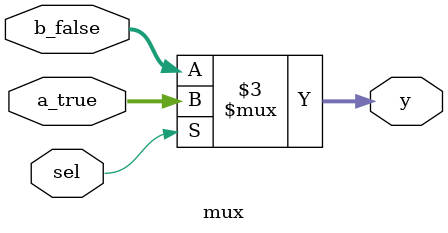
<source format=v>
module mux (
    input wire [31:0] a_true,
    input wire [31:0] b_false,
    input wire sel,
    output reg [31:0] y
);
    always @(*) begin
        if (sel)
            y = a_true;
        else
            y = b_false;
    end
endmodule

</source>
